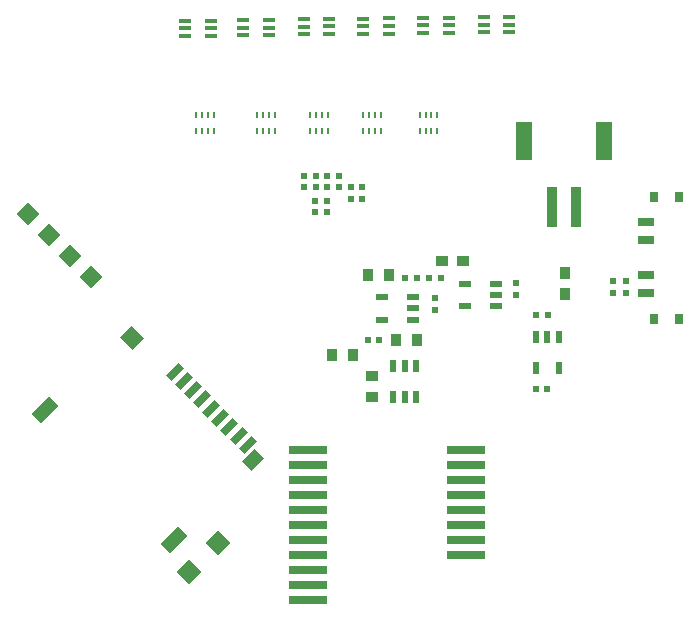
<source format=gbr>
%FSLAX25Y25*%
%MOIN*%
G04 EasyPC Gerber Version 18.0.8 Build 3632 *
%ADD147R,0.00700X0.02456*%
%ADD144R,0.01865X0.04424*%
%ADD145R,0.02062X0.04424*%
%ADD106R,0.02100X0.02100*%
%ADD163R,0.02900X0.03600*%
%ADD161R,0.03600X0.13500*%
%ADD117R,0.03637X0.03991*%
%ADD109R,0.03640X0.04030*%
%ADD160R,0.05600X0.13100*%
%ADD116R,0.04300X0.01500*%
%AMT158*0 Rectangle Pad at angle 45*21,1,0.05200,0.06000,0,0,45*%
%ADD158T158*%
%AMT13*0 Rectangle Pad at angle 45*21,1,0.06000,0.06000,0,0,45*%
%ADD13T13*%
%ADD143R,0.04424X0.02062*%
%ADD107R,0.02100X0.02100*%
%ADD162R,0.05600X0.02500*%
%ADD148R,0.12900X0.02900*%
%ADD146R,0.03991X0.03637*%
%ADD110R,0.04030X0.03640*%
%AMT149*0 Rectangle Pad at angle 135*21,1,0.02400,0.06000,0,0,135*%
%ADD149T149*%
%AMT159*0 Rectangle Pad at angle 135*21,1,0.04400,0.06000,0,0,135*%
%ADD159T159*%
%AMT157*0 Rectangle Pad at angle 135*21,1,0.04400,0.08400,0,0,135*%
%ADD157T157*%
%AMT164*0 Rectangle Pad at angle 135*21,1,0.05200,0.05200,0,0,135*%
%ADD164T164*%
X0Y0D02*
D02*
D13*
X74512Y15412D03*
X83988Y24888D03*
D02*
D106*
X112850Y143550D03*
Y147450D03*
X116650Y143550D03*
Y147450D03*
X120450Y143550D03*
Y147450D03*
X124250Y143550D03*
Y147450D03*
X156350Y102750D03*
Y106650D03*
X183350Y107750D03*
Y111650D03*
X215550Y108350D03*
Y112250D03*
X220050Y108350D03*
Y112250D03*
D02*
D107*
X116450Y135350D03*
Y139150D03*
X120350Y135350D03*
Y139150D03*
X128250Y139750D03*
Y143550D03*
X132150Y139750D03*
Y143550D03*
X133950Y92850D03*
X137850D03*
X146350Y113350D03*
X150250D03*
X154450Y113250D03*
X158350D03*
X189950Y76351D03*
X190050Y101150D03*
X193850Y76351D03*
X193950Y101150D03*
D02*
D109*
X121950Y87550D03*
X128950D03*
X134150Y114350D03*
X141150D03*
X143250Y92650D03*
X150250D03*
D02*
D110*
X135250Y73850D03*
Y80850D03*
D02*
D116*
X72950Y194050D03*
Y196550D03*
Y199050D03*
X81550Y194050D03*
Y196609D03*
Y199168D03*
X92350Y194250D03*
Y196750D03*
Y199250D03*
X100950Y194250D03*
Y196809D03*
Y199368D03*
X112550Y194650D03*
Y197150D03*
Y199650D03*
X121150Y194650D03*
Y197209D03*
Y199768D03*
X132350Y194850D03*
Y197350D03*
Y199850D03*
X140950Y194850D03*
Y197409D03*
Y199968D03*
X152350Y195050D03*
Y197550D03*
Y200050D03*
X160950Y195050D03*
Y197609D03*
Y200168D03*
X172550Y195250D03*
Y197750D03*
Y200250D03*
X181150Y195250D03*
Y197809D03*
Y200368D03*
D02*
D117*
X199550Y108150D03*
Y115150D03*
D02*
D143*
X138808Y99510D03*
Y106990D03*
X149092Y99510D03*
Y103250D03*
Y106990D03*
X166308Y104010D03*
Y111490D03*
X176592Y104010D03*
Y107750D03*
Y111490D03*
D02*
D144*
X142510Y73832D03*
Y84068D03*
X146250Y73832D03*
Y84068D03*
X149990Y73832D03*
Y84068D03*
D02*
D145*
X190110Y83308D03*
Y93592D03*
X193850D03*
X197590Y83308D03*
Y93592D03*
D02*
D146*
X158650Y119150D03*
X165650D03*
D02*
D147*
X76644Y162450D03*
Y167568D03*
X78613Y162450D03*
Y167568D03*
X80581Y162450D03*
Y167568D03*
X82550Y162450D03*
Y167568D03*
X97044Y162450D03*
Y167568D03*
X99013Y162450D03*
Y167568D03*
X100981Y162450D03*
Y167568D03*
X102950Y162450D03*
Y167568D03*
X114844Y162450D03*
Y167568D03*
X116813Y162450D03*
Y167568D03*
X118781Y162450D03*
Y167568D03*
X120750Y162450D03*
Y167568D03*
X132444Y162450D03*
Y167568D03*
X134413Y162450D03*
Y167568D03*
X136381Y162450D03*
Y167568D03*
X138350Y162450D03*
Y167568D03*
X151244Y162450D03*
Y167568D03*
X153213Y162450D03*
Y167568D03*
X155181Y162450D03*
Y167568D03*
X157150Y162450D03*
Y167568D03*
D02*
D148*
X113950Y6050D03*
Y11050D03*
Y16050D03*
Y21050D03*
Y26050D03*
Y31050D03*
Y36050D03*
Y41050D03*
Y46050D03*
Y51050D03*
Y56050D03*
X166750Y21050D03*
Y26050D03*
Y31050D03*
Y36050D03*
Y41050D03*
Y46050D03*
Y51050D03*
Y56050D03*
D02*
D149*
X69631Y81976D03*
X72672Y78935D03*
X75712Y75895D03*
X78753Y72854D03*
X81793Y69814D03*
X84834Y66773D03*
X87874Y63733D03*
X90915Y60692D03*
X93956Y57652D03*
D02*
D157*
X26215Y69248D03*
X69348Y26115D03*
D02*
D158*
X55418Y93502D03*
D02*
D159*
X95794Y52560D03*
D02*
D160*
X186150Y159050D03*
X212650D03*
D02*
D161*
X195450Y137050D03*
X203350D03*
D02*
D162*
X226750Y108350D03*
Y114250D03*
Y126050D03*
Y131950D03*
D02*
D163*
X229450Y99850D03*
Y140450D03*
X237850Y99850D03*
Y140450D03*
D02*
D164*
X20615Y134785D03*
X27685Y127715D03*
X34757Y120643D03*
X41828Y113572D03*
X0Y0D02*
M02*

</source>
